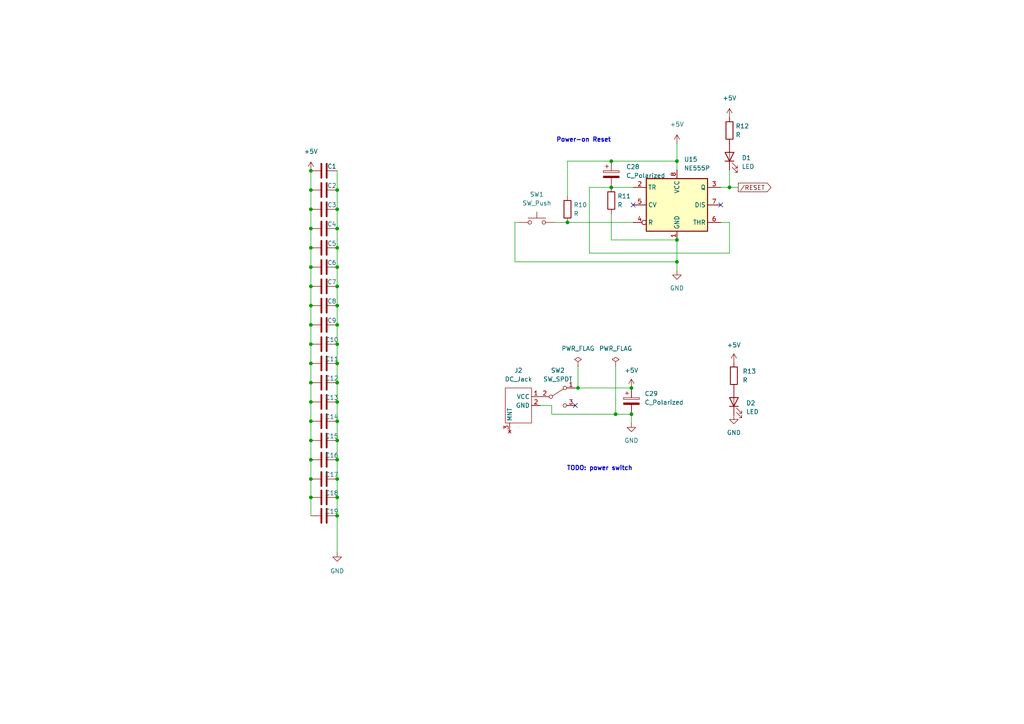
<source format=kicad_sch>
(kicad_sch (version 20231120) (generator "eeschema") (generator_version "8.0")
  (paper "A4")
  (lib_symbols
    (symbol "Device:C" (pin_numbers hide) (pin_names (offset 0.254))
      (property "Reference" "C" (at 0.635 2.54 0))
      (property "Value" "C" (at 0.635 -2.54 0))
      (symbol "C_0_1"
        (polyline (pts (xy -2.032 -0.762) (xy 2.032 -0.762)) (stroke (width 0.508)))
        (polyline (pts (xy -2.032 0.762) (xy 2.032 0.762)) (stroke (width 0.508)))
      )
      (symbol "C_1_1"
        (pin passive line (at 0 3.81 270) (length 2.794) (name "~") (number "1"))
        (pin passive line (at 0 -3.81 90) (length 2.794) (name "~") (number "2"))
      )
    )
    (symbol "Device:C_Polarized" (pin_numbers hide) (pin_names (offset 0.254))
      (property "Reference" "C" (at 0.635 2.54 0))
      (property "Value" "C_Polarized" (at 0.635 -2.54 0))
      (symbol "C_Polarized_0_1"
        (rectangle (start -2.286 0.508) (end 2.286 1.016))
        (polyline (pts (xy -1.778 2.286) (xy -0.762 2.286)))
        (polyline (pts (xy -1.27 2.794) (xy -1.27 1.778)))
        (rectangle (start 2.286 -0.508) (end -2.286 -1.016) (fill (type outline)))
      )
      (symbol "C_Polarized_1_1"
        (pin passive line (at 0 3.81 270) (length 2.794) (name "~") (number "1"))
        (pin passive line (at 0 -3.81 90) (length 2.794) (name "~") (number "2"))
      )
    )
    (symbol "Device:LED" (pin_numbers hide) (pin_names (offset 1.016) hide)
      (property "Reference" "D" (at 0 2.54 0))
      (property "Value" "LED" (at 0 -2.54 0))
      (symbol "LED_0_1"
        (polyline (pts (xy -1.27 -1.27) (xy -1.27 1.27)) (stroke (width 0.254)))
        (polyline (pts (xy -1.27 0) (xy 1.27 0)))
        (polyline (pts (xy 1.27 -1.27) (xy 1.27 1.27) (xy -1.27 0) (xy 1.27 -1.27)) (stroke (width 0.254)))
        (polyline (pts (xy -3.048 -0.762) (xy -4.572 -2.286) (xy -3.81 -2.286) (xy -4.572 -2.286) (xy -4.572 -1.524)))
        (polyline (pts (xy -1.778 -0.762) (xy -3.302 -2.286) (xy -2.54 -2.286) (xy -3.302 -2.286) (xy -3.302 -1.524)))
      )
      (symbol "LED_1_1"
        (pin passive line (at -3.81 0 0) (length 2.54) (name "K") (number "1"))
        (pin passive line (at 3.81 0 180) (length 2.54) (name "A") (number "2"))
      )
    )
    (symbol "Device:R" (pin_numbers hide) (pin_names (offset 0))
      (property "Reference" "R" (at 2.032 0 90))
      (property "Value" "R" (at 0 0 90))
      (symbol "R_0_1"
        (rectangle (start -1.016 -2.54) (end 1.016 2.54) (stroke (width 0.254)))
      )
      (symbol "R_1_1"
        (pin passive line (at 0 3.81 270) (length 1.27) (name "~") (number "1"))
        (pin passive line (at 0 -3.81 90) (length 1.27) (name "~") (number "2"))
      )
    )
    (symbol "Switch:SW_Push" (pin_numbers hide) (pin_names (offset 1.016) hide)
      (property "Reference" "SW" (at 1.27 2.54 0))
      (property "Value" "SW_Push" (at 0 -1.524 0))
      (symbol "SW_Push_0_1"
        (circle (center -2.032 0) (radius 0.508))
        (polyline (pts (xy 0 1.27) (xy 0 3.048)))
        (polyline (pts (xy 2.54 1.27) (xy -2.54 1.27)))
        (circle (center 2.032 0) (radius 0.508))
        (pin passive line (at -5.08 0 0) (length 2.54) (name "1") (number "1"))
        (pin passive line (at 5.08 0 180) (length 2.54) (name "2") (number "2"))
      )
    )
    (symbol "Switch:SW_SPDT" (pin_names (offset 0) hide)
      (property "Reference" "SW" (at 0 4.318 0))
      (property "Value" "SW_SPDT" (at 0 -5.08 0))
      (symbol "SW_SPDT_0_0"
        (circle (center -2.032 0) (radius 0.508))
        (circle (center 2.032 -2.54) (radius 0.508))
      )
      (symbol "SW_SPDT_0_1"
        (polyline (pts (xy -1.524 0.254) (xy 1.651 2.286)))
        (circle (center 2.032 2.54) (radius 0.508))
      )
      (symbol "SW_SPDT_1_1"
        (pin passive line (at 5.08 2.54 180) (length 2.54) (name "A") (number "1"))
        (pin passive line (at -5.08 0 0) (length 2.54) (name "B") (number "2"))
        (pin passive line (at 5.08 -2.54 180) (length 2.54) (name "C") (number "3"))
      )
    )
    (symbol "Timer:NE555P"
      (property "Reference" "U" (at -10.16 8.89 0))
      (property "Value" "NE555P" (at 2.54 8.89 0))
      (symbol "NE555P_0_0"
        (pin power_in line (at 0 -10.16 90) (length 2.54) (name "GND") (number "1"))
        (pin power_in line (at 0 10.16 270) (length 2.54) (name "VCC") (number "8"))
      )
      (symbol "NE555P_0_1"
        (rectangle (start -8.89 -7.62) (end 8.89 7.62) (stroke (width 0.254)) (fill (type background)))
        (rectangle (start -8.89 -7.62) (end 8.89 7.62) (stroke (width 0.254)) (fill (type background)))
      )
      (symbol "NE555P_1_1"
        (pin input line (at -12.7 5.08 0) (length 3.81) (name "TR") (number "2"))
        (pin output line (at 12.7 5.08 180) (length 3.81) (name "Q") (number "3"))
        (pin input inverted (at -12.7 -5.08 0) (length 3.81) (name "R") (number "4"))
        (pin input line (at -12.7 0 0) (length 3.81) (name "CV") (number "5"))
        (pin input line (at 12.7 -5.08 180) (length 3.81) (name "THR") (number "6"))
        (pin input line (at 12.7 0 180) (length 3.81) (name "DIS") (number "7"))
      )
    )
    (symbol "mackerel-68k-symbols:DC_Jack"
      (property "Reference" "J" (at -1.27 6.35 0))
      (property "Value" "DC_Jack" (at -1.27 -6.35 0))
      (symbol "DC_Jack_0_1"
        (rectangle (start -3.81 -6.35) (end -3.81 -6.35))
        (rectangle (start 0 5.08) (end -7.62 -5.08))
      )
      (symbol "DC_Jack_1_1"
        (pin power_in line (at 2.54 2.54 180) (length 2.54) (name "VCC") (number "1"))
        (pin power_in line (at 2.54 0 180) (length 2.54) (name "GND") (number "2"))
        (pin no_connect line (at -6.35 -7.62 90) (length 2.54) (name "MNT") (number "3"))
      )
    )
    (symbol "power:+5V" (power) (pin_names (offset 0))
      (property "Value" "+5V" (at 0 3.556 0))
      (symbol "+5V_0_1"
        (polyline (pts (xy -0.762 1.27) (xy 0 2.54)))
        (polyline (pts (xy 0 0) (xy 0 2.54)))
        (polyline (pts (xy 0 2.54) (xy 0.762 1.27)))
      )
      (symbol "+5V_1_1"
        (pin power_in line (at 0 0 90) (length 0) hide (name "+5V") (number "1"))
      )
    )
    (symbol "power:GND" (power) (pin_names (offset 0))
      (property "Value" "GND" (at 0 -3.81 0))
      (symbol "GND_0_1"
        (polyline (pts (xy 0 0) (xy 0 -1.27) (xy 1.27 -1.27) (xy 0 -2.54) (xy -1.27 -1.27) (xy 0 -1.27)))
      )
      (symbol "GND_1_1"
        (pin power_in line (at 0 0 270) (length 0) hide (name "GND") (number "1"))
      )
    )
    (symbol "power:PWR_FLAG" (power) (pin_numbers hide) (pin_names (offset 0) hide)
      (property "Value" "PWR_FLAG" (at 0 3.81 0))
      (symbol "PWR_FLAG_0_0"
        (pin power_out line (at 0 0 90) (length 0) (name "pwr") (number "1"))
      )
      (symbol "PWR_FLAG_0_1"
        (polyline (pts (xy 0 0) (xy 0 1.27) (xy -1.016 1.905) (xy 0 2.54) (xy 1.016 1.905) (xy 0 1.27)))
      )
    )
  )
  (junction (at 97.79 105.41))
  (junction (at 97.79 110.998))
  (junction (at 164.592 64.516))
  (junction (at 97.79 83.058))
  (junction (at 97.79 66.294))
  (junction (at 177.292 54.356))
  (junction (at 90.17 55.118))
  (junction (at 167.64 112.522))
  (junction (at 97.79 77.47))
  (junction (at 90.17 133.35))
  (junction (at 90.17 116.586))
  (junction (at 211.582 54.356))
  (junction (at 97.79 60.706))
  (junction (at 97.79 94.234))
  (junction (at 97.79 144.272))
  (junction (at 183.134 112.522))
  (junction (at 90.17 138.938))
  (junction (at 90.17 88.646))
  (junction (at 90.17 77.47))
  (junction (at 90.17 83.058))
  (junction (at 90.17 60.706))
  (junction (at 97.79 138.938))
  (junction (at 196.342 46.736))
  (junction (at 90.17 127.762))
  (junction (at 97.79 71.882))
  (junction (at 97.79 127.762))
  (junction (at 97.79 149.606))
  (junction (at 97.79 116.586))
  (junction (at 90.17 122.174))
  (junction (at 196.342 69.596))
  (junction (at 97.79 133.35))
  (junction (at 97.79 88.646))
  (junction (at 196.342 75.946))
  (junction (at 183.134 120.142))
  (junction (at 97.79 55.118))
  (junction (at 90.17 94.234))
  (junction (at 90.17 144.272))
  (junction (at 90.17 66.294))
  (junction (at 90.17 110.998))
  (junction (at 97.79 122.174))
  (junction (at 177.292 46.736))
  (junction (at 90.17 99.822))
  (junction (at 97.79 99.822))
  (junction (at 90.17 71.882))
  (junction (at 90.17 105.41))
  (junction (at 178.562 120.142))
  (junction (at 90.17 49.53))
  (no_connect (at 183.642 59.436))
  (no_connect (at 209.042 59.436))
  (no_connect (at 166.878 117.602))
  (wire (pts (xy 90.17 88.646) (xy 90.17 94.234)))
  (wire (pts (xy 196.342 69.596) (xy 177.292 69.596)))
  (wire (pts (xy 211.582 64.516) (xy 209.042 64.516)))
  (wire (pts (xy 97.79 77.47) (xy 97.79 83.058)))
  (wire (pts (xy 97.79 55.118) (xy 97.79 60.706)))
  (wire (pts (xy 196.342 75.946) (xy 196.342 78.486)))
  (wire (pts (xy 97.79 127.762) (xy 97.79 133.35)))
  (wire (pts (xy 177.292 54.356) (xy 170.942 54.356)))
  (wire (pts (xy 177.292 54.356) (xy 183.642 54.356)))
  (wire (pts (xy 211.582 54.356) (xy 209.042 54.356)))
  (wire (pts (xy 97.79 49.53) (xy 97.79 55.118)))
  (wire (pts (xy 97.79 149.606) (xy 97.79 144.272)))
  (wire (pts (xy 90.17 66.294) (xy 90.17 71.882)))
  (wire (pts (xy 160.782 64.516) (xy 164.592 64.516)))
  (wire (pts (xy 90.17 116.586) (xy 90.17 122.174)))
  (wire (pts (xy 90.17 138.938) (xy 90.17 144.272)))
  (wire (pts (xy 196.342 69.596) (xy 196.342 75.946)))
  (wire (pts (xy 97.79 66.294) (xy 97.79 71.882)))
  (wire (pts (xy 183.134 112.522) (xy 167.64 112.522)))
  (wire (pts (xy 167.64 106.172) (xy 167.64 112.522)))
  (wire (pts (xy 97.79 71.882) (xy 97.79 77.47)))
  (wire (pts (xy 149.352 64.516) (xy 149.352 75.946)))
  (wire (pts (xy 196.342 41.656) (xy 196.342 46.736)))
  (wire (pts (xy 214.122 54.356) (xy 211.582 54.356)))
  (wire (pts (xy 90.17 122.174) (xy 90.17 127.762)))
  (wire (pts (xy 90.17 105.41) (xy 90.17 110.998)))
  (wire (pts (xy 97.79 116.586) (xy 97.79 122.174)))
  (wire (pts (xy 183.134 120.142) (xy 178.562 120.142)))
  (wire (pts (xy 211.582 49.276) (xy 211.582 54.356)))
  (wire (pts (xy 90.17 55.118) (xy 90.17 60.706)))
  (wire (pts (xy 90.17 144.272) (xy 90.17 149.606)))
  (wire (pts (xy 160.02 117.602) (xy 160.02 120.142)))
  (wire (pts (xy 164.592 46.736) (xy 177.292 46.736)))
  (wire (pts (xy 178.562 106.172) (xy 178.562 120.142)))
  (wire (pts (xy 164.592 64.516) (xy 183.642 64.516)))
  (wire (pts (xy 90.17 60.706) (xy 90.17 66.294)))
  (wire (pts (xy 90.17 71.882) (xy 90.17 77.47)))
  (wire (pts (xy 211.582 73.406) (xy 211.582 64.516)))
  (wire (pts (xy 90.17 110.998) (xy 90.17 116.586)))
  (wire (pts (xy 90.17 99.822) (xy 90.17 105.41)))
  (wire (pts (xy 167.64 112.522) (xy 166.878 112.522)))
  (wire (pts (xy 183.134 122.682) (xy 183.134 120.142)))
  (wire (pts (xy 90.17 127.762) (xy 90.17 133.35)))
  (wire (pts (xy 97.79 88.646) (xy 97.79 94.234)))
  (wire (pts (xy 97.79 133.35) (xy 97.79 138.938)))
  (wire (pts (xy 170.942 54.356) (xy 170.942 73.406)))
  (wire (pts (xy 177.292 46.736) (xy 196.342 46.736)))
  (wire (pts (xy 97.79 110.998) (xy 97.79 116.586)))
  (wire (pts (xy 90.17 83.058) (xy 90.17 88.646)))
  (wire (pts (xy 97.79 160.274) (xy 97.79 149.606)))
  (wire (pts (xy 97.79 105.41) (xy 97.79 110.998)))
  (wire (pts (xy 97.79 144.272) (xy 97.79 138.938)))
  (wire (pts (xy 156.718 117.602) (xy 160.02 117.602)))
  (wire (pts (xy 177.292 69.596) (xy 177.292 61.976)))
  (wire (pts (xy 90.17 49.53) (xy 90.17 55.118)))
  (wire (pts (xy 97.79 99.822) (xy 97.79 105.41)))
  (wire (pts (xy 150.622 64.516) (xy 149.352 64.516)))
  (wire (pts (xy 90.17 94.234) (xy 90.17 99.822)))
  (wire (pts (xy 90.17 133.35) (xy 90.17 138.938)))
  (wire (pts (xy 97.79 122.174) (xy 97.79 127.762)))
  (wire (pts (xy 149.352 75.946) (xy 196.342 75.946)))
  (wire (pts (xy 97.79 94.234) (xy 97.79 99.822)))
  (wire (pts (xy 97.79 60.706) (xy 97.79 66.294)))
  (wire (pts (xy 160.02 120.142) (xy 178.562 120.142)))
  (wire (pts (xy 170.942 73.406) (xy 211.582 73.406)))
  (wire (pts (xy 90.17 77.47) (xy 90.17 83.058)))
  (wire (pts (xy 164.592 56.896) (xy 164.592 46.736)))
  (wire (pts (xy 196.342 46.736) (xy 196.342 49.276)))
  (wire (pts (xy 97.79 83.058) (xy 97.79 88.646)))
  (text "Power-on Reset" (at 161.29 41.402 0) (effects (font (size 1.27 1.27) (thickness 0.254) (bold yes)) (justify left bottom)))
  (text "TODO: power switch" (at 164.338 136.652 0) (effects (font (size 1.27 1.27) (bold yes)) (justify left bottom)))
  (global_label "{slash}RESET" (shape output) (at 214.122 54.356 0) (property "Intersheetrefs" "${INTERSHEET_REFS}" (effects (hide yes))))
  (symbol (lib_id "Device:R") (at 177.292 58.166 0) (unit 1)
    (property "Reference" "R11" (at 179.07 56.8959 0) (effects (justify left)))
    (property "Value" "R" (at 179.07 59.4359 0) (effects (justify left)))
    (property "Footprint" "Resistor_THT:R_Axial_DIN0207_L6.3mm_D2.5mm_P7.62mm_Horizontal" (effects (hide yes)))
  )
  (symbol (lib_id "Device:LED") (at 212.852 116.586 90) (unit 1)
    (property "Reference" "D2" (at 216.408 116.9034 90) (effects (justify right)))
    (property "Value" "LED" (at 216.408 119.4434 90) (effects (justify right)))
    (property "Footprint" "LED_THT:LED_D5.0mm" (effects (hide yes)))
  )
  (symbol (lib_id "Device:R") (at 164.592 60.706 0) (unit 1)
    (property "Reference" "R10" (at 166.37 59.4359 0) (effects (justify left)))
    (property "Value" "R" (at 166.37 61.9759 0) (effects (justify left)))
    (property "Footprint" "Resistor_THT:R_Axial_DIN0207_L6.3mm_D2.5mm_P7.62mm_Horizontal" (effects (hide yes)))
  )
  (symbol (lib_id "Device:C") (at 93.98 127.762 90) (unit 1)
    (property "Reference" "C15" (at 96.266 126.492 90))
    (property "Value" "C" (effects (hide yes)))
    (property "Footprint" "Capacitor_THT:C_Disc_D4.3mm_W1.9mm_P5.00mm" (effects (hide yes)))
  )
  (symbol (lib_id "power:PWR_FLAG") (at 178.562 106.172 0) (unit 1)
    (property "Reference" "#FLG02" (effects (hide yes)))
    (property "Value" "PWR_FLAG" (at 178.562 101.092 0))
  )
  (symbol (lib_id "Switch:SW_Push") (at 155.702 64.516 0) (unit 1)
    (property "Reference" "SW1" (at 155.702 56.388 0))
    (property "Value" "SW_Push" (at 155.702 58.928 0))
    (property "Footprint" "Button_Switch_THT:SW_PUSH_6mm_H5mm" (effects (hide yes)))
  )
  (symbol (lib_id "mackerel-68k-symbols:DC_Jack") (at 154.178 117.602 0) (unit 1)
    (property "Reference" "J2" (at 150.368 107.442 0))
    (property "Value" "DC_Jack" (at 150.368 109.982 0))
    (property "Footprint" "Connector_BarrelJack:BarrelJack_GCT_DCJ200-10-A_Horizontal" (effects (hide yes)))
  )
  (symbol (lib_id "Device:R") (at 212.852 108.966 0) (unit 1)
    (property "Reference" "R13" (at 215.392 107.6959 0) (effects (justify left)))
    (property "Value" "R" (at 215.392 110.2359 0) (effects (justify left)))
    (property "Footprint" "Resistor_THT:R_Axial_DIN0207_L6.3mm_D2.5mm_P7.62mm_Horizontal" (effects (hide yes)))
  )
  (symbol (lib_id "power:GND") (at 97.79 160.274 0) (unit 1)
    (property "Reference" "#PWR027" (effects (hide yes)))
    (property "Value" "GND" (at 97.79 165.608 0))
  )
  (symbol (lib_id "Device:C") (at 93.98 77.47 90) (unit 1)
    (property "Reference" "C6" (at 96.266 76.2 90))
    (property "Value" "C" (effects (hide yes)))
    (property "Footprint" "Capacitor_THT:C_Disc_D4.3mm_W1.9mm_P5.00mm" (effects (hide yes)))
  )
  (symbol (lib_id "Device:C") (at 93.98 66.294 90) (unit 1)
    (property "Reference" "C4" (at 96.266 65.024 90))
    (property "Value" "C" (effects (hide yes)))
    (property "Footprint" "Capacitor_THT:C_Disc_D4.3mm_W1.9mm_P5.00mm" (effects (hide yes)))
  )
  (symbol (lib_id "Device:C") (at 93.98 122.174 90) (unit 1)
    (property "Reference" "C14" (at 96.266 120.904 90))
    (property "Value" "C" (effects (hide yes)))
    (property "Footprint" "Capacitor_THT:C_Disc_D4.3mm_W1.9mm_P5.00mm" (effects (hide yes)))
  )
  (symbol (lib_id "Device:R") (at 211.582 37.846 0) (unit 1)
    (property "Reference" "R12" (at 213.36 36.5759 0) (effects (justify left)))
    (property "Value" "R" (at 213.36 39.1159 0) (effects (justify left)))
    (property "Footprint" "Resistor_THT:R_Axial_DIN0207_L6.3mm_D2.5mm_P7.62mm_Horizontal" (effects (hide yes)))
  )
  (symbol (lib_id "Device:LED") (at 211.582 45.466 90) (unit 1)
    (property "Reference" "D1" (at 215.138 45.7834 90) (effects (justify right)))
    (property "Value" "LED" (at 215.138 48.3234 90) (effects (justify right)))
    (property "Footprint" "LED_THT:LED_D5.0mm" (effects (hide yes)))
  )
  (symbol (lib_id "Timer:NE555P") (at 196.342 59.436 0) (unit 1)
    (property "Reference" "U15" (at 198.3614 46.228 0) (effects (justify left)))
    (property "Value" "NE555P" (at 198.3614 48.768 0) (effects (justify left)))
    (property "Footprint" "Package_DIP:DIP-8_W7.62mm" (effects (hide yes)))
    (property "Datasheet" "http://www.ti.com/lit/ds/symlink/ne555.pdf" (effects (hide yes)))
  )
  (symbol (lib_id "power:GND") (at 183.134 122.682 0) (unit 1)
    (property "Reference" "#PWR029" (effects (hide yes)))
    (property "Value" "GND" (at 183.134 127.762 0))
  )
  (symbol (lib_id "Device:C") (at 93.98 94.234 90) (unit 1)
    (property "Reference" "C9" (at 96.266 92.964 90))
    (property "Value" "C" (effects (hide yes)))
    (property "Footprint" "Capacitor_THT:C_Disc_D4.3mm_W1.9mm_P5.00mm" (effects (hide yes)))
  )
  (symbol (lib_id "Device:C") (at 93.98 49.53 90) (unit 1)
    (property "Reference" "C1" (at 96.266 48.26 90))
    (property "Value" "C" (effects (hide yes)))
    (property "Footprint" "Capacitor_THT:C_Disc_D4.3mm_W1.9mm_P5.00mm" (effects (hide yes)))
  )
  (symbol (lib_id "Device:C") (at 93.98 105.41 90) (unit 1)
    (property "Reference" "C11" (at 96.266 104.14 90))
    (property "Value" "C" (effects (hide yes)))
    (property "Footprint" "Capacitor_THT:C_Disc_D4.3mm_W1.9mm_P5.00mm" (effects (hide yes)))
  )
  (symbol (lib_id "Device:C_Polarized") (at 177.292 50.546 0) (unit 1)
    (property "Reference" "C28" (at 181.61 48.3869 0) (effects (justify left)))
    (property "Value" "C_Polarized" (at 181.61 50.9269 0) (effects (justify left)))
    (property "Footprint" "Capacitor_THT:CP_Radial_D5.0mm_P2.50mm" (effects (hide yes)))
  )
  (symbol (lib_id "Device:C") (at 93.98 83.058 90) (unit 1)
    (property "Reference" "C7" (at 96.266 81.788 90))
    (property "Value" "C" (effects (hide yes)))
    (property "Footprint" "Capacitor_THT:C_Disc_D4.3mm_W1.9mm_P5.00mm" (effects (hide yes)))
  )
  (symbol (lib_id "power:+5V") (at 211.582 34.036 0) (unit 1)
    (property "Reference" "#PWR043" (effects (hide yes)))
    (property "Value" "+5V" (at 211.582 28.448 0))
  )
  (symbol (lib_id "power:+5V") (at 183.134 112.522 0) (unit 1)
    (property "Reference" "#PWR028" (effects (hide yes)))
    (property "Value" "+5V" (at 183.134 107.442 0))
  )
  (symbol (lib_id "Device:C") (at 93.98 60.706 90) (unit 1)
    (property "Reference" "C3" (at 96.266 59.436 90))
    (property "Value" "C" (effects (hide yes)))
    (property "Footprint" "Capacitor_THT:C_Disc_D4.3mm_W1.9mm_P5.00mm" (effects (hide yes)))
  )
  (symbol (lib_id "Device:C") (at 93.98 138.938 90) (unit 1)
    (property "Reference" "C17" (at 96.266 137.668 90))
    (property "Value" "C" (effects (hide yes)))
    (property "Footprint" "Capacitor_THT:C_Disc_D4.3mm_W1.9mm_P5.00mm" (effects (hide yes)))
  )
  (symbol (lib_id "Device:C") (at 93.98 144.272 90) (unit 1)
    (property "Reference" "C18" (at 96.266 143.002 90))
    (property "Value" "C" (effects (hide yes)))
    (property "Footprint" "Capacitor_THT:C_Disc_D4.3mm_W1.9mm_P5.00mm" (effects (hide yes)))
  )
  (symbol (lib_id "Device:C") (at 93.98 71.882 90) (unit 1)
    (property "Reference" "C5" (at 96.266 70.612 90))
    (property "Value" "C" (effects (hide yes)))
    (property "Footprint" "Capacitor_THT:C_Disc_D4.3mm_W1.9mm_P5.00mm" (effects (hide yes)))
  )
  (symbol (lib_id "power:+5V") (at 212.852 105.156 0) (unit 1)
    (property "Reference" "#PWR057" (effects (hide yes)))
    (property "Value" "+5V" (at 212.852 100.076 0))
  )
  (symbol (lib_id "power:GND") (at 196.342 78.486 0) (unit 1)
    (property "Reference" "#PWR042" (effects (hide yes)))
    (property "Value" "GND" (at 196.342 83.566 0))
  )
  (symbol (lib_id "Device:C") (at 93.98 149.606 90) (unit 1)
    (property "Reference" "C19" (at 96.266 148.336 90))
    (property "Value" "C" (effects (hide yes)))
    (property "Footprint" "Capacitor_THT:C_Disc_D4.3mm_W1.9mm_P5.00mm" (effects (hide yes)))
  )
  (symbol (lib_id "power:GND") (at 212.852 120.396 0) (unit 1)
    (property "Reference" "#PWR058" (effects (hide yes)))
    (property "Value" "GND" (at 212.852 125.476 0))
  )
  (symbol (lib_id "power:+5V") (at 196.342 41.656 0) (unit 1)
    (property "Reference" "#PWR038" (effects (hide yes)))
    (property "Value" "+5V" (at 196.342 36.068 0))
  )
  (symbol (lib_id "power:PWR_FLAG") (at 167.64 106.172 0) (unit 1)
    (property "Reference" "#FLG01" (effects (hide yes)))
    (property "Value" "PWR_FLAG" (at 167.64 101.092 0))
  )
  (symbol (lib_id "Device:C") (at 93.98 116.586 90) (unit 1)
    (property "Reference" "C13" (at 96.266 115.316 90))
    (property "Value" "C" (effects (hide yes)))
    (property "Footprint" "Capacitor_THT:C_Disc_D4.3mm_W1.9mm_P5.00mm" (effects (hide yes)))
  )
  (symbol (lib_id "Switch:SW_SPDT") (at 161.798 115.062 0) (unit 1)
    (property "Reference" "SW2" (at 161.798 107.442 0))
    (property "Value" "SW_SPDT" (at 161.798 109.982 0))
    (property "Footprint" "herring:SW_Mini_Toggle" (effects (hide yes)))
  )
  (symbol (lib_id "Device:C") (at 93.98 99.822 90) (unit 1)
    (property "Reference" "C10" (at 96.266 98.552 90))
    (property "Value" "C" (effects (hide yes)))
    (property "Footprint" "Capacitor_THT:C_Disc_D4.3mm_W1.9mm_P5.00mm" (effects (hide yes)))
  )
  (symbol (lib_id "Device:C") (at 93.98 133.35 90) (unit 1)
    (property "Reference" "C16" (at 96.266 132.08 90))
    (property "Value" "C" (effects (hide yes)))
    (property "Footprint" "Capacitor_THT:C_Disc_D4.3mm_W1.9mm_P5.00mm" (effects (hide yes)))
  )
  (symbol (lib_id "Device:C") (at 93.98 88.646 90) (unit 1)
    (property "Reference" "C8" (at 96.266 87.376 90))
    (property "Value" "C" (effects (hide yes)))
    (property "Footprint" "Capacitor_THT:C_Disc_D4.3mm_W1.9mm_P5.00mm" (effects (hide yes)))
  )
  (symbol (lib_id "Device:C") (at 93.98 110.998 90) (unit 1)
    (property "Reference" "C12" (at 96.266 109.728 90))
    (property "Value" "C" (effects (hide yes)))
    (property "Footprint" "Capacitor_THT:C_Disc_D4.3mm_W1.9mm_P5.00mm" (effects (hide yes)))
  )
  (symbol (lib_id "power:+5V") (at 90.17 49.53 0) (unit 1)
    (property "Reference" "#PWR026" (effects (hide yes)))
    (property "Value" "+5V" (at 90.17 43.942 0))
  )
  (symbol (lib_id "Device:C_Polarized") (at 183.134 116.332 0) (unit 1)
    (property "Reference" "C29" (at 186.944 114.1729 0) (effects (justify left)))
    (property "Value" "C_Polarized" (at 186.944 116.7129 0) (effects (justify left)))
    (property "Footprint" "Capacitor_THT:CP_Radial_D10.0mm_P5.00mm" (effects (hide yes)))
  )
  (symbol (lib_id "Device:C") (at 93.98 55.118 90) (unit 1)
    (property "Reference" "C2" (at 96.266 53.848 90))
    (property "Value" "C" (effects (hide yes)))
    (property "Footprint" "Capacitor_THT:C_Disc_D4.3mm_W1.9mm_P5.00mm" (effects (hide yes)))
  )
)
</source>
